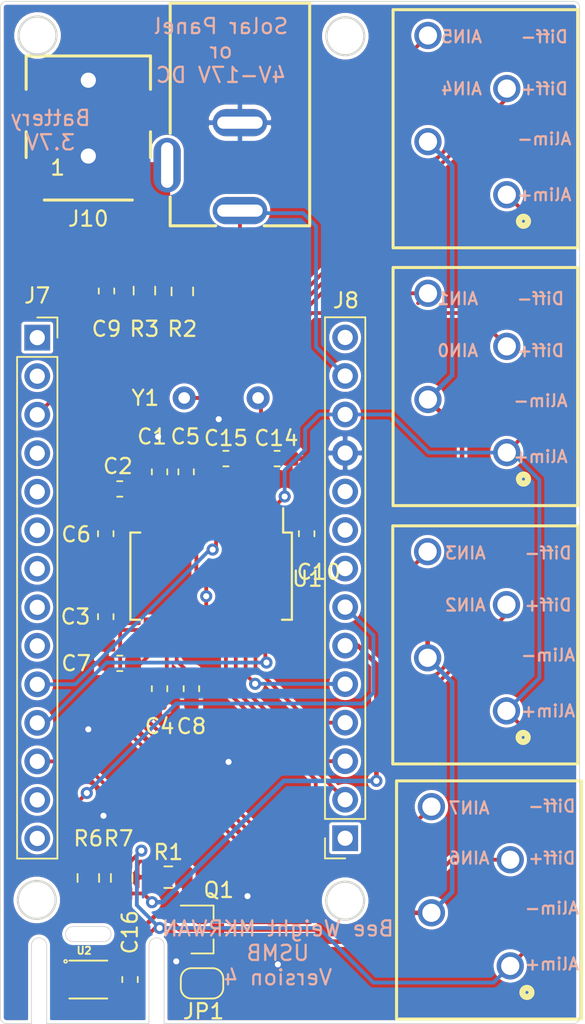
<source format=kicad_pcb>
(kicad_pcb (version 20171130) (host pcbnew "(5.1.4)-1")
  (title_block (title "Mesure Poids ADS1241 MKRWAN1310") (date 2023-07-25) (rev V4) (company ADTP) (comment 1 "Picolli board avec ajout de capteur de T°"))
  (layers (0 F.Cu signal) (31 B.Cu signal) (34 B.Paste user) (35 F.Paste user hide) (36 B.SilkS user) (37 F.SilkS user) (38 B.Mask user) (39 F.Mask user hide) (44 Edge.Cuts user))
  (net 0 "")
  (net 1 GND)
  (net 2 /AIN1)
  (net 3 /AIN4)
  (net 4 /AIN6)
  (net 5 /AIN2)
  (net 6 /AIN0)
  (net 7 /AIN5)
  (net 8 /AIN7)
  (net 9 /AIN3)
  (net 10 /A1_D16_Vin)
  (net 11 /3V3)
  (net 12 "Net-(C14-Pad2)")
  (net 13 "Net-(C15-Pad1)")
  (net 14 /GND_LowPower)
  (net 15 /AREF)
  (net 16 /A2_D17)
  (net 17 /A3_D19)
  (net 18 /A4_D19)
  (net 19 /A5_D20)
  (net 20 /A6_D21)
  (net 21 /D0)
  (net 22 /D1_PDWN)
  (net 23 /D2_DRDY)
  (net 24 /D3_CMD_MOS)
  (net 25 /D5)
  (net 26 /5V)
  (net 27 /Vin)
  (net 28 /RESET)
  (net 29 /D14_TX)
  (net 30 /D13_RX)
  (net 31 /D12_SCL)
  (net 32 /D11_SDA)
  (net 33 /D10_MISO)
  (net 34 /D9_SCLK)
  (net 35 /D8_MOSI)
  (net 36 /D7_CS)
  (net 37 /D6_USER_LED)
  (net 38 "Net-(J9-Pad3)")
  (net 39 "Net-(C16-Pad2)")
  (net 40 "Net-(J7-Pad13)")
  (net 41 "Net-(U2-Pad3)")
  (net 42 "Net-(U2-Pad6)")
  (net 43 "Net-(J7-Pad2)")
  (net 44 "Net-(J10-Pad3)")
  (net 45 "Net-(J10-Pad2)")
  (net 46 "Net-(J10-Pad1)")
  (module Connector_PinSocket_2.54mm:PinSocket_1x14_P2.54mm_Vertical (layer F.Cu) (at 173.9392 105.1814 180)
    (fp_text reference J8 (at -0.0508 35.4584) (layer F.SilkS))
    (fp_text value Conn_01x14_Female)
    (pad 14 thru_hole oval (at 0 33.02 180) (size 1.7 1.7) (drill 1) (layers *.Cu *.Mask) (net 26 /5V))
    (pad 13 thru_hole oval (at 0 30.48 180) (size 1.7 1.7) (drill 1) (layers *.Cu *.Mask) (net 27 /Vin))
    (pad 12 thru_hole oval (at 0 27.94 180) (size 1.7 1.7) (drill 1) (layers *.Cu *.Mask) (net 11 /3V3))
    (pad 11 thru_hole oval (at 0 25.4 180) (size 1.7 1.7) (drill 1) (layers *.Cu *.Mask) (net 1 GND))
    (pad 10 thru_hole oval (at 0 22.86 180) (size 1.7 1.7) (drill 1) (layers *.Cu *.Mask) (net 28 /RESET))
    (pad 9 thru_hole oval (at 0 20.32 180) (size 1.7 1.7) (drill 1) (layers *.Cu *.Mask) (net 29 /D14_TX))
    (pad 8 thru_hole oval (at 0 17.78 180) (size 1.7 1.7) (drill 1) (layers *.Cu *.Mask) (net 30 /D13_RX))
    (pad 7 thru_hole oval (at 0 15.24 180) (size 1.7 1.7) (drill 1) (layers *.Cu *.Mask) (net 31 /D12_SCL))
    (pad 6 thru_hole oval (at 0 12.7 180) (size 1.7 1.7) (drill 1) (layers *.Cu *.Mask) (net 32 /D11_SDA))
    (pad 5 thru_hole oval (at 0 10.16 180) (size 1.7 1.7) (drill 1) (layers *.Cu *.Mask) (net 33 /D10_MISO))
    (pad 4 thru_hole oval (at 0 7.62 180) (size 1.7 1.7) (drill 1) (layers *.Cu *.Mask) (net 34 /D9_SCLK))
    (pad 3 thru_hole oval (at 0 5.08 180) (size 1.7 1.7) (drill 1) (layers *.Cu *.Mask) (net 35 /D8_MOSI))
    (pad 2 thru_hole oval (at 0 2.54 180) (size 1.7 1.7) (drill 1) (layers *.Cu *.Mask) (net 36 /D7_CS))
    (pad 1 thru_hole rect (at 0 0 180) (size 1.7 1.7) (drill 1) (layers *.Cu *.Mask) (net 37 /D6_USER_LED))
  )
  (module USMB_Syl_Mont:ADS1241 (layer F.Cu) (at 171.45 87.9 270)
    (fp_text reference U1 (at 0.1778 0 180) (layer F.SilkS))
    (fp_text value ADS1241 hide)
    (pad 14 smd rect (at -3.6 10.575 270) (size 1.75 0.45) (layers F.Cu F.Paste F.Mask) (net 7 /AIN5))
    (pad 28 smd rect (at 3.6 2.125 270) (size 1.75 0.45) (layers F.Cu F.Paste F.Mask) (net 1 GND))
    (pad 6 smd rect (at -3.6 5.375 270) (size 1.75 0.45) (layers F.Cu F.Paste F.Mask))
    (pad 24 smd rect (at 3.6 4.725 270) (size 1.75 0.45) (layers F.Cu F.Paste F.Mask) (net 35 /D8_MOSI))
    (pad 26 smd rect (at 3.6 3.425 270) (size 1.75 0.45) (layers F.Cu F.Paste F.Mask) (net 34 /D9_SCLK))
    (pad 11 smd rect (at -3.6 8.625 270) (size 1.75 0.45) (layers F.Cu F.Paste F.Mask) (net 6 /AIN0))
    (pad 17 smd rect (at 3.6 9.275 270) (size 1.75 0.45) (layers F.Cu F.Paste F.Mask) (net 5 /AIN2))
    (pad 12 smd rect (at -3.6 9.275 270) (size 1.75 0.45) (layers F.Cu F.Paste F.Mask) (net 2 /AIN1))
    (pad 9 smd rect (at -3.6 7.325 270) (size 1.75 0.45) (layers F.Cu F.Paste F.Mask) (net 11 /3V3))
    (pad 15 smd rect (at 3.6 10.575 270) (size 1.75 0.45) (layers F.Cu F.Paste F.Mask) (net 4 /AIN6))
    (pad 19 smd rect (at 3.6 7.975 270) (size 1.75 0.45) (layers F.Cu F.Paste F.Mask) (net 1 GND))
    (pad 20 smd rect (at 3.6 7.325 270) (size 1.75 0.45) (layers F.Cu F.Paste F.Mask) (net 1 GND))
    (pad 10 smd rect (at -3.6 7.975 270) (size 1.75 0.45) (layers F.Cu F.Paste F.Mask) (net 1 GND))
    (pad 22 smd rect (at 3.6 6.025 270) (size 1.75 0.45) (layers F.Cu F.Paste F.Mask) (net 1 GND))
    (pad 7 smd rect (at -3.6 6.025 270) (size 1.75 0.45) (layers F.Cu F.Paste F.Mask) (net 22 /D1_PDWN))
    (pad 21 smd rect (at 3.6 6.675 270) (size 1.75 0.45) (layers F.Cu F.Paste F.Mask) (net 11 /3V3))
    (pad 16 smd rect (at 3.6 9.925 270) (size 1.75 0.45) (layers F.Cu F.Paste F.Mask) (net 8 /AIN7))
    (pad 23 smd rect (at 3.6 5.375 270) (size 1.75 0.45) (layers F.Cu F.Paste F.Mask) (net 36 /D7_CS))
    (pad 18 smd rect (at 3.6 8.625 270) (size 1.75 0.45) (layers F.Cu F.Paste F.Mask) (net 9 /AIN3))
    (pad 27 smd rect (at 3.6 2.775 270) (size 1.75 0.45) (layers F.Cu F.Paste F.Mask) (net 23 /D2_DRDY))
    (pad 8 smd rect (at -3.6 6.675 270) (size 1.75 0.45) (layers F.Cu F.Paste F.Mask))
    (pad 25 smd rect (at 3.6 4.075 270) (size 1.75 0.45) (layers F.Cu F.Paste F.Mask) (net 33 /D10_MISO))
    (pad 13 smd rect (at -3.6 9.925 270) (size 1.75 0.45) (layers F.Cu F.Paste F.Mask) (net 3 /AIN4))
    (pad 1 smd rect (at -3.6 2.125 270) (size 1.75 0.45) (layers F.Cu F.Paste F.Mask) (net 11 /3V3))
    (pad 3 smd rect (at -3.6 3.425 270) (size 1.75 0.45) (layers F.Cu F.Paste F.Mask) (net 12 "Net-(C14-Pad2)"))
    (pad 2 smd rect (at -3.6 2.775 270) (size 1.75 0.45) (layers F.Cu F.Paste F.Mask) (net 1 GND))
    (pad 5 smd rect (at -3.6 4.725 270) (size 1.75 0.45) (layers F.Cu F.Paste F.Mask) (net 11 /3V3))
    (pad 4 smd rect (at -3.6 4.075 270) (size 1.75 0.45) (layers F.Cu F.Paste F.Mask) (net 13 "Net-(C15-Pad1)"))
  )
  (module Jumper:SolderJumper-2_P1.3mm_Open_RoundedPad1.0x1.5mm (layer F.Cu) (at 164.5 114.75 180)
    (fp_text reference JP1 (at -0.1 -1.85) (layer F.SilkS))
    (fp_text value SolderJumper_2_Open)
    (pad 2 smd custom (at 0.65 0 180) (size 1 0.5) (layers F.Cu F.Mask) (net 1 GND) (options (clearance outline) (anchor rect)) (primitives (gr_circle (center 0 0.25) (end 0.5 0.25) (width 0)) (gr_circle (center 0 -0.25) (end 0.5 -0.25) (width 0)) (gr_poly (pts (xy 0 -0.75) (xy -0.5 -0.75) (xy -0.5 0.75) (xy 0 0.75)) (width 0))))
    (pad 1 smd custom (at -0.65 0 180) (size 1 0.5) (layers F.Cu F.Mask) (net 14 /GND_LowPower) (options (clearance outline) (anchor rect)) (primitives (gr_circle (center 0 0.25) (end 0.5 0.25) (width 0)) (gr_circle (center 0 -0.25) (end 0.5 -0.25) (width 0)) (gr_poly (pts (xy 0 -0.75) (xy 0.5 -0.75) (xy 0.5 0.75) (xy 0 0.75)) (width 0))))
  )
  (module USMB_Syl_Mont:Crystal-4Mhz-TH-Wurth-830027298B (layer F.Cu) (at 165.7616 76.15 180)
    (fp_text reference Y1 (at 5 0) (layer F.SilkS))
    (fp_text value Crystal)
    (pad 2 thru_hole circle (at 2.4384 0 180) (size 1.524 1.524) (drill 0.762) (layers *.Cu *.Mask) (net 13 "Net-(C15-Pad1)"))
    (pad 1 thru_hole circle (at -2.4384 0 180) (size 1.524 1.524) (drill 0.762) (layers *.Cu *.Mask) (net 12 "Net-(C14-Pad2)"))
  )
  (module "USMB_Syl_Mont:TermBlock_1x04_P3.50mm Wurth_691412120004B" (layer F.Cu) (at 182.2283 108.3492 90)
    (fp_text reference J3 hide)
    (fp_text value 691412120004B hide)
    (pad 4 thru_hole circle (at 5.25 -2.6 90) (size 1.8 1.8) (drill 1.2) (layers *.Cu *.Mask) (net 8 /AIN7))
    (pad 3 thru_hole circle (at 1.75 2.6 90) (size 1.8 1.8) (drill 1.2) (layers *.Cu *.Mask) (net 4 /AIN6))
    (pad 2 thru_hole circle (at -1.75 -2.6 90) (size 1.8 1.8) (drill 1.2) (layers *.Cu *.Mask) (net 14 /GND_LowPower))
    (pad 1 thru_hole circle (at -5.25 2.6 90) (size 1.8 1.8) (drill 1.2) (layers *.Cu *.Mask) (net 11 /3V3))
  )
  (module "USMB_Syl_Mont:TermBlock_1x04_P3.50mm Wurth_691412120004B" (layer F.Cu) (at 182 74.5 90)
    (fp_text reference J5 hide)
    (fp_text value 691412120004B hide)
    (pad 4 thru_hole circle (at 5.25 -2.6 90) (size 1.8 1.8) (drill 1.2) (layers *.Cu *.Mask) (net 2 /AIN1))
    (pad 3 thru_hole circle (at 1.75 2.6 90) (size 1.8 1.8) (drill 1.2) (layers *.Cu *.Mask) (net 6 /AIN0))
    (pad 2 thru_hole circle (at -1.75 -2.6 90) (size 1.8 1.8) (drill 1.2) (layers *.Cu *.Mask) (net 14 /GND_LowPower))
    (pad 1 thru_hole circle (at -5.25 2.6 90) (size 1.8 1.8) (drill 1.2) (layers *.Cu *.Mask) (net 11 /3V3))
  )
  (module Capacitor_SMD:C_0603_1608Metric_Pad1.05x0.95mm_HandSolder (layer F.Cu) (at 159.075 93.65 180)
    (fp_text reference C7 (at 2.875 0) (layer F.SilkS))
    (fp_text value 10nF)
    (pad 2 smd roundrect (at 0.875 0 180) (size 1.05 0.95) (layers F.Cu F.Paste F.Mask) (net 1 GND))
    (pad 1 smd roundrect (at -0.875 0 180) (size 1.05 0.95) (layers F.Cu F.Paste F.Mask) (net 8 /AIN7))
  )
  (module "USMB_Syl_Mont:TermBlock_1x04_P3.50mm Wurth_691412120004B" (layer F.Cu) (at 181.9783 91.5342 90)
    (fp_text reference J4 hide)
    (fp_text value 691412120004B hide)
    (pad 1 thru_hole circle (at -5.25 2.6 90) (size 1.8 1.8) (drill 1.2) (layers *.Cu *.Mask) (net 11 /3V3))
    (pad 2 thru_hole circle (at -1.75 -2.6 90) (size 1.8 1.8) (drill 1.2) (layers *.Cu *.Mask) (net 14 /GND_LowPower))
    (pad 3 thru_hole circle (at 1.75 2.6 90) (size 1.8 1.8) (drill 1.2) (layers *.Cu *.Mask) (net 5 /AIN2))
    (pad 4 thru_hole circle (at 5.25 -2.6 90) (size 1.8 1.8) (drill 1.2) (layers *.Cu *.Mask) (net 9 /AIN3))
  )
  (module Connector_PinSocket_2.54mm:PinSocket_1x14_P2.54mm_Vertical (layer F.Cu) (at 153.6319 72.1741)
    (fp_text reference J7 (at 0 -2.77) (layer F.SilkS))
    (fp_text value Conn_01x14_Female)
    (pad 14 thru_hole oval (at 0 33.02) (size 1.7 1.7) (drill 1) (layers *.Cu *.Mask) (net 25 /D5))
    (pad 13 thru_hole oval (at 0 30.48) (size 1.7 1.7) (drill 1) (layers *.Cu *.Mask) (net 40 "Net-(J7-Pad13)"))
    (pad 12 thru_hole oval (at 0 27.94) (size 1.7 1.7) (drill 1) (layers *.Cu *.Mask) (net 24 /D3_CMD_MOS))
    (pad 11 thru_hole oval (at 0 25.4) (size 1.7 1.7) (drill 1) (layers *.Cu *.Mask) (net 23 /D2_DRDY))
    (pad 10 thru_hole oval (at 0 22.86) (size 1.7 1.7) (drill 1) (layers *.Cu *.Mask) (net 22 /D1_PDWN))
    (pad 9 thru_hole oval (at 0 20.32) (size 1.7 1.7) (drill 1) (layers *.Cu *.Mask) (net 21 /D0))
    (pad 8 thru_hole oval (at 0 17.78) (size 1.7 1.7) (drill 1) (layers *.Cu *.Mask) (net 20 /A6_D21))
    (pad 7 thru_hole oval (at 0 15.24) (size 1.7 1.7) (drill 1) (layers *.Cu *.Mask) (net 19 /A5_D20))
    (pad 6 thru_hole oval (at 0 12.7) (size 1.7 1.7) (drill 1) (layers *.Cu *.Mask) (net 18 /A4_D19))
    (pad 5 thru_hole oval (at 0 10.16) (size 1.7 1.7) (drill 1) (layers *.Cu *.Mask) (net 17 /A3_D19))
    (pad 4 thru_hole oval (at 0 7.62) (size 1.7 1.7) (drill 1) (layers *.Cu *.Mask) (net 16 /A2_D17))
    (pad 3 thru_hole oval (at 0 5.08) (size 1.7 1.7) (drill 1) (layers *.Cu *.Mask) (net 10 /A1_D16_Vin))
    (pad 2 thru_hole oval (at 0 2.54) (size 1.7 1.7) (drill 1) (layers *.Cu *.Mask) (net 43 "Net-(J7-Pad2)"))
    (pad 1 thru_hole rect (at 0 0) (size 1.7 1.7) (drill 1) (layers *.Cu *.Mask) (net 15 /AREF))
  )
  (module Capacitor_SMD:C_0603_1608Metric_Pad1.05x0.95mm_HandSolder (layer F.Cu) (at 161.7 81.025 90)
    (fp_text reference C1 (at 2.325 -0.5) (layer F.SilkS))
    (fp_text value 10nF)
    (pad 2 smd roundrect (at 0.875 0 90) (size 1.05 0.95) (layers F.Cu F.Paste F.Mask) (net 1 GND))
    (pad 1 smd roundrect (at -0.875 0 90) (size 1.05 0.95) (layers F.Cu F.Paste F.Mask) (net 2 /AIN1))
  )
  (module Capacitor_SMD:C_0603_1608Metric_Pad1.05x0.95mm_HandSolder (layer F.Cu) (at 159.075 82.15 180)
    (fp_text reference C2 (at 0.125 1.5) (layer F.SilkS))
    (fp_text value 10nF)
    (pad 2 smd roundrect (at 0.875 0 180) (size 1.05 0.95) (layers F.Cu F.Paste F.Mask) (net 1 GND))
    (pad 1 smd roundrect (at -0.875 0 180) (size 1.05 0.95) (layers F.Cu F.Paste F.Mask) (net 3 /AIN4))
  )
  (module Capacitor_SMD:C_0603_1608Metric_Pad1.05x0.95mm_HandSolder (layer F.Cu) (at 158.15 90.575 90)
    (fp_text reference C3 (at 0 -2) (layer F.SilkS))
    (fp_text value 10nF)
    (pad 1 smd roundrect (at -0.875 0 90) (size 1.05 0.95) (layers F.Cu F.Paste F.Mask) (net 4 /AIN6))
    (pad 2 smd roundrect (at 0.875 0 90) (size 1.05 0.95) (layers F.Cu F.Paste F.Mask) (net 1 GND))
  )
  (module Capacitor_SMD:C_0603_1608Metric_Pad1.05x0.95mm_HandSolder (layer F.Cu) (at 161.7 95.325 270)
    (fp_text reference C4 (at 2.475 0) (layer F.SilkS))
    (fp_text value 10nF)
    (pad 1 smd roundrect (at -0.875 0 270) (size 1.05 0.95) (layers F.Cu F.Paste F.Mask) (net 5 /AIN2))
    (pad 2 smd roundrect (at 0.875 0 270) (size 1.05 0.95) (layers F.Cu F.Paste F.Mask) (net 1 GND))
  )
  (module Capacitor_SMD:C_0603_1608Metric_Pad1.05x0.95mm_HandSolder (layer F.Cu) (at 163.45 81.025 90)
    (fp_text reference C5 (at 2.325 -0.05) (layer F.SilkS))
    (fp_text value 10nF)
    (pad 1 smd roundrect (at -0.875 0 90) (size 1.05 0.95) (layers F.Cu F.Paste F.Mask) (net 6 /AIN0))
    (pad 2 smd roundrect (at 0.875 0 90) (size 1.05 0.95) (layers F.Cu F.Paste F.Mask) (net 1 GND))
  )
  (module Capacitor_SMD:C_0603_1608Metric_Pad1.05x0.95mm_HandSolder (layer F.Cu) (at 158.15 85.1 270)
    (fp_text reference C6 (at 0.05 1.95 180) (layer F.SilkS))
    (fp_text value 10nF)
    (pad 1 smd roundrect (at -0.875 0 270) (size 1.05 0.95) (layers F.Cu F.Paste F.Mask) (net 7 /AIN5))
    (pad 2 smd roundrect (at 0.875 0 270) (size 1.05 0.95) (layers F.Cu F.Paste F.Mask) (net 1 GND))
  )
  (module Capacitor_SMD:C_0603_1608Metric_Pad1.05x0.95mm_HandSolder (layer F.Cu) (at 163.8 95.325 270)
    (fp_text reference C8 (at 2.475 0 180) (layer F.SilkS))
    (fp_text value 10nF)
    (pad 2 smd roundrect (at 0.875 0 270) (size 1.05 0.95) (layers F.Cu F.Paste F.Mask) (net 1 GND))
    (pad 1 smd roundrect (at -0.875 0 270) (size 1.05 0.95) (layers F.Cu F.Paste F.Mask) (net 9 /AIN3))
  )
  (module Capacitor_SMD:C_0603_1608Metric_Pad1.05x0.95mm_HandSolder (layer F.Cu) (at 158.2 69.1 90)
    (fp_text reference C9 (at -2.5 0) (layer F.SilkS))
    (fp_text value 100nF)
    (pad 1 smd roundrect (at -0.875 0 90) (size 1.05 0.95) (layers F.Cu F.Paste F.Mask) (net 10 /A1_D16_Vin))
    (pad 2 smd roundrect (at 0.875 0 90) (size 1.05 0.95) (layers F.Cu F.Paste F.Mask) (net 1 GND))
  )
  (module Capacitor_SMD:C_0603_1608Metric_Pad1.05x0.95mm_HandSolder (layer F.Cu) (at 171.4 85.1 90)
    (fp_text reference C10 (at -2.525 0.8) (layer F.SilkS))
    (fp_text value 100nF)
    (pad 1 smd roundrect (at -0.875 0 90) (size 1.05 0.95) (layers F.Cu F.Paste F.Mask) (net 1 GND))
    (pad 2 smd roundrect (at 0.875 0 90) (size 1.05 0.95) (layers F.Cu F.Paste F.Mask) (net 11 /3V3))
  )
  (module Capacitor_SMD:C_0603_1608Metric_Pad1.05x0.95mm_HandSolder (layer F.Cu) (at 169.45 80.15 180)
    (fp_text reference C14 (at 0.05 1.35) (layer F.SilkS))
    (fp_text value 18pF)
    (pad 2 smd roundrect (at 0.875 0 180) (size 1.05 0.95) (layers F.Cu F.Paste F.Mask) (net 12 "Net-(C14-Pad2)"))
    (pad 1 smd roundrect (at -0.875 0 180) (size 1.05 0.95) (layers F.Cu F.Paste F.Mask) (net 1 GND))
  )
  (module Capacitor_SMD:C_0603_1608Metric_Pad1.05x0.95mm_HandSolder (layer F.Cu) (at 166.075 80.15 180)
    (fp_text reference C15 (at 0 1.35) (layer F.SilkS))
    (fp_text value 18pF)
    (pad 2 smd roundrect (at 0.875 0 180) (size 1.05 0.95) (layers F.Cu F.Paste F.Mask) (net 1 GND))
    (pad 1 smd roundrect (at -0.875 0 180) (size 1.05 0.95) (layers F.Cu F.Paste F.Mask) (net 13 "Net-(C15-Pad1)"))
  )
  (module Capacitor_SMD:C_0603_1608Metric_Pad1.05x0.95mm_HandSolder (layer F.Cu) (at 159.75 114.5 270)
    (fp_text reference C16 (at -3.12 0.01 90) (layer F.SilkS))
    (fp_text value 100nF)
    (pad 2 smd roundrect (at 0.875 0 270) (size 1.05 0.95) (layers F.Cu F.Paste F.Mask) (net 14 /GND_LowPower))
    (pad 1 smd roundrect (at -0.875 0 270) (size 1.05 0.95) (layers F.Cu F.Paste F.Mask) (net 11 /3V3))
  )
  (module "USMB_Syl_Mont:TermBlock_1x04_P3.50mm Wurth_691412120004B" (layer F.Cu) (at 182 57.5 90)
    (fp_text reference J2 hide)
    (fp_text value 691412120004B hide)
    (pad 4 thru_hole circle (at 5.25 -2.6 90) (size 1.8 1.8) (drill 1.2) (layers *.Cu *.Mask) (net 7 /AIN5))
    (pad 3 thru_hole circle (at 1.75 2.6 90) (size 1.8 1.8) (drill 1.2) (layers *.Cu *.Mask) (net 3 /AIN4))
    (pad 2 thru_hole circle (at -1.75 -2.6 90) (size 1.8 1.8) (drill 1.2) (layers *.Cu *.Mask) (net 14 /GND_LowPower))
    (pad 1 thru_hole circle (at -5.25 2.6 90) (size 1.8 1.8) (drill 1.2) (layers *.Cu *.Mask) (net 11 /3V3))
  )
  (module "USMB_Syl_Mont:Jack_DC_2.1mm Wurth_694108301002" (layer F.Cu) (at 167 58 270)
    (fp_text reference J9 hide)
    (fp_text value 694108301002 hide)
    (pad 2 thru_hole oval (at 0 0 270) (size 1.8 3.6) (drill oval 0.8 3) (layers *.Cu *.Mask) (net 1 GND))
    (pad 1 thru_hole oval (at 5.8 0 270) (size 1.8 3.6) (drill oval 0.8 3) (layers *.Cu *.Mask) (net 27 /Vin))
    (pad 3 thru_hole oval (at 2.8 4.8 270) (size 3.6 1.8) (drill oval 3 0.8) (layers *.Cu *.Mask) (net 38 "Net-(J9-Pad3)"))
  )
  (module Package_TO_SOT_SMD:SOT-23 (layer F.Cu) (at 164.5 111.2)
    (fp_text reference Q1 (at 1.1 -2.6) (layer F.SilkS))
    (fp_text value IRLML6244 hide)
    (pad 1 smd rect (at -1 -0.95) (size 0.9 0.8) (layers F.Cu F.Paste F.Mask) (net 24 /D3_CMD_MOS))
    (pad 2 smd rect (at -1 0.95) (size 0.9 0.8) (layers F.Cu F.Paste F.Mask) (net 1 GND))
    (pad 3 smd rect (at 1 0) (size 0.9 0.8) (layers F.Cu F.Paste F.Mask) (net 14 /GND_LowPower))
  )
  (module Resistor_SMD:R_0805_2012Metric_Pad1.15x1.40mm_HandSolder (layer F.Cu) (at 162.275 107.75)
    (fp_text reference R1 (at 0 -1.65) (layer F.SilkS))
    (fp_text value 1M)
    (pad 2 smd roundrect (at 1.025 0) (size 1.15 1.4) (layers F.Cu F.Paste F.Mask) (roundrect_rratio 0.217391) (net 24 /D3_CMD_MOS))
    (pad 1 smd roundrect (at -1.025 0) (size 1.15 1.4) (layers F.Cu F.Paste F.Mask) (roundrect_rratio 0.217391) (net 1 GND))
  )
  (module Resistor_SMD:R_0805_2012Metric_Pad1.15x1.40mm_HandSolder (layer F.Cu) (at 163.2 69.125 90)
    (fp_text reference R2 (at -2.475 0) (layer F.SilkS))
    (fp_text value 560k)
    (pad 1 smd roundrect (at -1.025 0 90) (size 1.15 1.4) (layers F.Cu F.Paste F.Mask) (roundrect_rratio 0.217391) (net 10 /A1_D16_Vin))
    (pad 2 smd roundrect (at 1.025 0 90) (size 1.15 1.4) (layers F.Cu F.Paste F.Mask) (roundrect_rratio 0.217391) (net 27 /Vin))
  )
  (module Resistor_SMD:R_0805_2012Metric_Pad1.15x1.40mm_HandSolder (layer F.Cu) (at 160.7 69.075 270)
    (fp_text reference R3 (at 2.525 0) (layer F.SilkS))
    (fp_text value 100k)
    (pad 2 smd roundrect (at 1.025 0 270) (size 1.15 1.4) (layers F.Cu F.Paste F.Mask) (roundrect_rratio 0.217391) (net 10 /A1_D16_Vin))
    (pad 1 smd roundrect (at -1.025 0 270) (size 1.15 1.4) (layers F.Cu F.Paste F.Mask) (roundrect_rratio 0.217391) (net 1 GND))
  )
  (module Resistor_SMD:R_0805_2012Metric_Pad1.15x1.40mm_HandSolder (layer F.Cu) (at 157 107.8 90)
    (fp_text reference R6 (at 2.6 0 180) (layer F.SilkS))
    (fp_text value 10K)
    (pad 1 smd roundrect (at -1.025 0 90) (size 1.15 1.4) (layers F.Cu F.Paste F.Mask) (roundrect_rratio 0.217391) (net 31 /D12_SCL))
    (pad 2 smd roundrect (at 1.025 0 90) (size 1.15 1.4) (layers F.Cu F.Paste F.Mask) (roundrect_rratio 0.217391) (net 11 /3V3))
  )
  (module Resistor_SMD:R_0805_2012Metric_Pad1.15x1.40mm_HandSolder (layer F.Cu) (at 159.2 107.8 90)
    (fp_text reference R7 (at 2.6 -0.2 180) (layer F.SilkS))
    (fp_text value 10K)
    (pad 1 smd roundrect (at -1.025 0 90) (size 1.15 1.4) (layers F.Cu F.Paste F.Mask) (roundrect_rratio 0.217391) (net 32 /D11_SDA))
    (pad 2 smd roundrect (at 1.025 0 90) (size 1.15 1.4) (layers F.Cu F.Paste F.Mask) (roundrect_rratio 0.217391) (net 11 /3V3))
  )
  (module SHT30-DIS-B:DFN250X250X100-9N (layer F.Cu) (at 157 114.5)
    (fp_text reference U2 (at -0.27628 -1.906764) (layer F.SilkS) (effects (font (size 0.480494 0.480494))))
    (fp_text value SHT30-DIS-B)
    (pad 1 smd rect (at -1.175 -0.75) (size 0.55 0.25) (layers F.Cu F.Paste F.Mask) (net 32 /D11_SDA))
    (pad 2 smd rect (at -1.175 -0.25) (size 0.55 0.25) (layers F.Cu F.Paste F.Mask) (net 14 /GND_LowPower))
    (pad 3 smd rect (at -1.175 0.25) (size 0.55 0.25) (layers F.Cu F.Paste F.Mask) (net 41 "Net-(U2-Pad3)"))
    (pad 4 smd rect (at -1.175 0.75) (size 0.55 0.25) (layers F.Cu F.Paste F.Mask) (net 31 /D12_SCL))
    (pad 8 smd rect (at 1.175 -0.75) (size 0.55 0.25) (layers F.Cu F.Paste F.Mask) (net 14 /GND_LowPower))
    (pad 7 smd rect (at 1.175 -0.25) (size 0.55 0.25) (layers F.Cu F.Paste F.Mask) (net 14 /GND_LowPower))
    (pad 6 smd rect (at 1.175 0.25) (size 0.55 0.25) (layers F.Cu F.Paste F.Mask) (net 42 "Net-(U2-Pad6)"))
    (pad 5 smd rect (at 1.175 0.75) (size 0.55 0.25) (layers F.Cu F.Paste F.Mask) (net 11 /3V3))
    (pad 9 smd rect (at 0 0) (size 1 1.7) (layers F.Cu F.Mask) (net 14 /GND_LowPower))
  )
  (module 694103107102 (layer F.Cu) (at 157 57.7 180)
    (fp_text reference J10 (at 0 -6.635) (layer F.SilkS))
    (fp_text value 694103107102)
    (fp_text user 1 (at 2.02 -3.27) (layer F.SilkS))
    (fp_text user 1 (at 2.02 -3.27) (layer F.SilkS))
    (pad 3 smd rect (at -4.3 -4) (size 2.2 2.2) (layers F.Cu F.Paste F.Mask) (net 44 "Net-(J10-Pad3)"))
    (pad 2 smd rect (at -4.3 0.5) (size 2.2 2.2) (layers F.Cu F.Paste F.Mask) (net 45 "Net-(J10-Pad2)"))
    (pad A1 smd rect (at 4.3 0.5) (size 2.2 2.2) (layers F.Cu F.Paste F.Mask) (net 46 "Net-(J10-Pad1)"))
    (pad 1 smd rect (at 4.3 -4) (size 2.2 2.2) (layers F.Cu F.Paste F.Mask) (net 46 "Net-(J10-Pad1)"))
    (pad None np_thru_hole circle (at 0 2.5 180) (size 1 1) (drill 1) (layers *.Cu *.Mask))
    (pad None np_thru_hole circle (at 0 -2.5 180) (size 1 1) (drill 1) (layers *.Cu *.Mask))
  )
  (gr_line (start 153.25 117.4) (end 151.6 117.4) (layer Edge.Cuts) (width 0.05))
  (gr_line (start 161 117.4) (end 154.25 117.4) (layer Edge.Cuts) (width 0.05))
  (gr_line (start 189 117.4) (end 162 117.4) (layer Edge.Cuts) (width 0.05))
  (gr_line (start 161 117.25) (end 161 117.4) (layer Edge.Cuts) (width 0.05))
  (gr_line (start 162 117.25) (end 162 117.4) (layer Edge.Cuts) (width 0.05))
  (gr_line (start 154.25 117.25) (end 154.25 117.4) (layer Edge.Cuts) (width 0.05))
  (gr_line (start 153.25 117.25) (end 153.25 117.4) (layer Edge.Cuts) (width 0.05))
  (gr_arc (start 158 111.5) (end 158 112) (angle -180) (layer Edge.Cuts) (width 0.05))
  (gr_arc (start 156 111.5) (end 156 111) (angle -180) (layer Edge.Cuts) (width 0.05))
  (gr_line (start 158 112) (end 156 112) (layer Edge.Cuts) (width 0.05))
  (gr_line (start 156 111) (end 158 111) (layer Edge.Cuts) (width 0.05))
  (gr_arc (start 161.5 112.25) (end 162 112.25) (angle -180) (layer Edge.Cuts) (width 0.05))
  (gr_arc (start 153.75 112.25) (end 154.25 112.25) (angle -180) (layer Edge.Cuts) (width 0.05))
  (gr_line (start 153.25 112.25) (end 153.25 117.25) (layer Edge.Cuts) (width 0.05))
  (gr_line (start 154.25 117.25) (end 154.25 112.25) (layer Edge.Cuts) (width 0.05))
  (gr_line (start 162 112.25) (end 162 117.25) (layer Edge.Cuts) (width 0.05))
  (gr_line (start 161 117.25) (end 161 112.25) (layer Edge.Cuts) (width 0.05))
  (gr_arc (start 189 117) (end 189 117.4) (angle -90) (layer Edge.Cuts) (width 0.05))
  (gr_arc (start 151.6 117) (end 151.2 117) (angle -90) (layer Edge.Cuts) (width 0.05))
  (gr_arc (start 151.6 50.4) (end 151.6 50) (angle -90) (layer Edge.Cuts) (width 0.05))
  (gr_arc (start 189 50.4) (end 189.4 50.4) (angle -90) (layer Edge.Cuts) (width 0.05))
  (gr_line (start 189.4 117) (end 189.4 50.4) (layer Edge.Cuts) (width 0.05))
  (gr_line (start 151.2 50.4) (end 151.2 117) (layer Edge.Cuts) (width 0.05))
  (gr_line (start 189 50) (end 151.6 50) (layer Edge.Cuts) (width 0.05))
  (gr_circle (center 173.9392 109.3) (end 175.1892 109.3) (layer Edge.Cuts) (width 0.15))
  (gr_circle (center 153.6 109.25) (end 154.85 109.25) (layer Edge.Cuts) (width 0.15))
  (gr_circle (center 153.65 52.25) (end 154.9 52.25) (layer Edge.Cuts) (width 0.15))
  (gr_circle (center 173.95 52.3) (end 175.2 52.3) (layer Edge.Cuts) (width 0.15))
  (gr_text "Battery\n3.7V" (at 154.5 58.5) (layer B.SilkS) (effects (font (size 1 1)) (justify mirror)))
  (gr_text "Solar Panel\nor\n4V-17V DC" (at 165.75 53.25) (layer B.SilkS) (effects (font (size 1 1)) (justify mirror)))
  (gr_text AIN2 (at 181.864 89.807) (layer B.SilkS) (effects (font (size 0.8 0.8)) (justify mirror)))
  (gr_text AIN3 (at 181.864 86.378) (layer B.SilkS) (effects (font (size 0.8 0.8)) (justify mirror)))
  (gr_text AIN7 (at 182.114 103.193) (layer B.SilkS) (effects (font (size 0.8 0.8)) (justify mirror)))
  (gr_text AIN6 (at 182.114 106.495) (layer B.SilkS) (effects (font (size 0.8 0.8)) (justify mirror)))
  (gr_text AIN5 (at 181.614 52.338) (layer B.SilkS) (effects (font (size 0.8 0.8)) (justify mirror)))
  (gr_text AIN4 (at 181.614 55.767) (layer B.SilkS) (effects (font (size 0.8 0.8)) (justify mirror)))
  (gr_text AIN1 (at 181.364 69.606) (layer B.SilkS) (effects (font (size 0.8 0.8)) (justify mirror)))
  (gr_text AIN0 (at 181.364 73.035) (layer B.SilkS) (effects (font (size 0.8 0.8)) (justify mirror)))
  (gr_text Diff+ (at 187.575 106.495) (layer B.SilkS) (effects (font (size 0.8 0.8)) (justify mirror)))
  (gr_text Alim+ (at 187.575 113.48) (layer B.SilkS) (effects (font (size 0.8 0.8)) (justify mirror)))
  (gr_text Diff- (at 187.575 103.066) (layer B.SilkS) (effects (font (size 0.8 0.8)) (justify mirror)))
  (gr_text Alim- (at 187.575 109.797) (layer B.SilkS) (effects (font (size 0.8 0.8)) (justify mirror)))
  (gr_text Alim- (at 187.075 59.069) (layer B.SilkS) (effects (font (size 0.8 0.8)) (justify mirror)))
  (gr_text Diff- (at 187.075 52.338) (layer B.SilkS) (effects (font (size 0.8 0.8)) (justify mirror)))
  (gr_text Diff+ (at 187.075 55.767) (layer B.SilkS) (effects (font (size 0.8 0.8)) (justify mirror)))
  (gr_text Alim+ (at 187.075 62.752) (layer B.SilkS) (effects (font (size 0.8 0.8)) (justify mirror)))
  (gr_text Diff+ (at 186.825 73.035) (layer B.SilkS) (effects (font (size 0.8 0.8)) (justify mirror)))
  (gr_text Alim+ (at 186.825 80.02) (layer B.SilkS) (effects (font (size 0.8 0.8)) (justify mirror)))
  (gr_text Diff- (at 186.825 69.606) (layer B.SilkS) (effects (font (size 0.8 0.8)) (justify mirror)))
  (gr_text Alim- (at 186.825 76.337) (layer B.SilkS) (effects (font (size 0.8 0.8)) (justify mirror)))
  (gr_text Diff- (at 187.325 86.378) (layer B.SilkS) (effects (font (size 0.8 0.8)) (justify mirror)))
  (gr_text Diff+ (at 187.325 89.807) (layer B.SilkS) (effects (font (size 0.8 0.8)) (justify mirror)))
  (gr_text Alim- (at 187.325 93.109) (layer B.SilkS) (effects (font (size 0.8 0.8)) (justify mirror)))
  (gr_text Alim+ (at 187.325 96.792) (layer B.SilkS) (effects (font (size 0.8 0.8)) (justify mirror)))
  (gr_text "Bee Weight MKRWAN\nUSMB\nVersion 4" (at 169.5 112.75) (layer B.SilkS) (effects (font (size 1 1)) (justify mirror)))
  (segment (start 168.675 84.3) (end 168.675 82.425) (width 0.25) (layer F.Cu) (net 1))
  (segment (start 170.325 80.775) (end 170.325 80.15) (width 0.25) (layer F.Cu) (net 1))
  (segment (start 168.675 82.425) (end 170.325 80.775) (width 0.25) (layer F.Cu) (net 1))
  (via (at 161.6 78.7) (size 0.8) (drill 0.4) (layers F.Cu B.Cu) (net 1))
  (segment (start 161.7 79.15) (end 161.2 78.65) (width 0.25) (layer F.Cu) (net 1))
  (segment (start 161.7 80.15) (end 161.7 79.15) (width 0.25) (layer F.Cu) (net 1))
  (via (at 166.25 100.15) (size 0.8) (drill 0.4) (layers F.Cu B.Cu) (net 1))
  (via (at 165.6 77.55) (size 0.8) (drill 0.4) (layers F.Cu B.Cu) (net 1))
  (via (at 169.5 113.5) (size 0.8) (drill 0.4) (layers F.Cu B.Cu) (net 1))
  (via (at 157 98) (size 0.8) (drill 0.4) (layers F.Cu B.Cu) (net 1))
  (via (at 167.5 109) (size 0.8) (drill 0.4) (layers F.Cu B.Cu) (net 1))
  (via (at 162.8 113.3) (size 0.8) (drill 0.4) (layers F.Cu B.Cu) (net 1))
  (via (at 158 103.7) (size 0.8) (drill 0.4) (layers F.Cu B.Cu) (net 1))
  (segment (start 162.175 82.375) (end 161.7 81.9) (width 0.25) (layer F.Cu) (net 2))
  (segment (start 162.175 84.3) (end 162.175 82.375) (width 0.25) (layer F.Cu) (net 2))
  (segment (start 178.75001 69.89999) (end 179.4 69.25) (width 0.25) (layer F.Cu) (net 2))
  (segment (start 161.2 81.9) (end 161.7 81.9) (width 0.25) (layer F.Cu) (net 2))
  (segment (start 160.45 81.15) (end 161.2 81.9) (width 0.25) (layer F.Cu) (net 2))
  (segment (start 160.45 76.15) (end 160.45 81.15) (width 0.25) (layer F.Cu) (net 2))
  (segment (start 167.58642 74.04999) (end 162.55001 74.04999) (width 0.25) (layer F.Cu) (net 2))
  (segment (start 162.55001 74.04999) (end 160.45 76.15) (width 0.25) (layer F.Cu) (net 2))
  (segment (start 172.38641 69.25) (end 167.58642 74.04999) (width 0.25) (layer F.Cu) (net 2))
  (segment (start 179.4 69.25) (end 172.38641 69.25) (width 0.25) (layer F.Cu) (net 2))
  (segment (start 161.525 84.3) (end 161.525 83.264998) (width 0.25) (layer F.Cu) (net 3))
  (segment (start 160.410002 82.15) (end 159.95 82.15) (width 0.25) (layer F.Cu) (net 3))
  (segment (start 161.525 83.264998) (end 160.410002 82.15) (width 0.25) (layer F.Cu) (net 3))
  (segment (start 159.95 76.01359) (end 159.95 82.15) (width 0.25) (layer F.Cu) (net 3))
  (segment (start 162.363609 73.599981) (end 159.95 76.01359) (width 0.25) (layer F.Cu) (net 3))
  (segment (start 167.400019 73.599981) (end 162.363609 73.599981) (width 0.25) (layer F.Cu) (net 3))
  (segment (start 184.6 56.4) (end 167.400019 73.599981) (width 0.25) (layer F.Cu) (net 3))
  (segment (start 184.6 55.75) (end 184.6 56.4) (width 0.25) (layer F.Cu) (net 3))
  (segment (start 160.825 91.45) (end 160.875 91.5) (width 0.25) (layer F.Cu) (net 4))
  (segment (start 158.15 91.45) (end 159.1 91.45) (width 0.25) (layer F.Cu) (net 4))
  (segment (start 159.1 91.45) (end 160.825 91.45) (width 0.25) (layer F.Cu) (net 4))
  (segment (start 159.1 97.65) (end 159.1 91.45) (width 0.25) (layer F.Cu) (net 4))
  (segment (start 172.975 111.525) (end 159.1 97.65) (width 0.25) (layer F.Cu) (net 4))
  (segment (start 176.025 111.525) (end 172.975 111.525) (width 0.25) (layer F.Cu) (net 4))
  (segment (start 180.9508 106.5992) (end 176.025 111.525) (width 0.25) (layer F.Cu) (net 4))
  (segment (start 184.8283 106.5992) (end 180.9508 106.5992) (width 0.25) (layer F.Cu) (net 4))
  (segment (start 162.175 93.975) (end 162.175 91.5) (width 0.25) (layer F.Cu) (net 5))
  (segment (start 161.7 94.45) (end 162.175 93.975) (width 0.25) (layer F.Cu) (net 5))
  (segment (start 184.5783 90.4217) (end 184.5783 89.7842) (width 0.25) (layer F.Cu) (net 5))
  (segment (start 178 97) (end 184.5783 90.4217) (width 0.25) (layer F.Cu) (net 5))
  (segment (start 178 104.09109) (end 178 97) (width 0.25) (layer F.Cu) (net 5))
  (segment (start 170.25 106.75) (end 175.34109 106.75) (width 0.25) (layer F.Cu) (net 5))
  (segment (start 175.34109 106.75) (end 178 104.09109) (width 0.25) (layer F.Cu) (net 5))
  (segment (start 160.75 97.25) (end 170.25 106.75) (width 0.25) (layer F.Cu) (net 5))
  (segment (start 160.75 95.4) (end 160.75 97.25) (width 0.25) (layer F.Cu) (net 5))
  (segment (start 161.7 94.45) (end 160.75 95.4) (width 0.25) (layer F.Cu) (net 5))
  (segment (start 162.825 82.525) (end 163.45 81.9) (width 0.25) (layer F.Cu) (net 6))
  (segment (start 162.825 84.3) (end 162.825 82.525) (width 0.25) (layer F.Cu) (net 6))
  (segment (start 162.64999 81.09999) (end 163.45 81.9) (width 0.25) (layer F.Cu) (net 6))
  (segment (start 162.64999 80.09999) (end 162.64999 81.09999) (width 0.25) (layer F.Cu) (net 6))
  (segment (start 162.64999 79.77948) (end 162.64999 80.09999) (width 0.25) (layer F.Cu) (net 6))
  (segment (start 182.80001 70.95001) (end 184.6 72.75) (width 0.25) (layer F.Cu) (net 6))
  (segment (start 161.9 77.6) (end 161.9 75.45) (width 0.25) (layer F.Cu) (net 6))
  (segment (start 162.64999 78.34999) (end 161.9 77.6) (width 0.25) (layer F.Cu) (net 6))
  (segment (start 161.9 75.45) (end 162.85 74.5) (width 0.25) (layer F.Cu) (net 6))
  (segment (start 162.64999 80.09999) (end 162.64999 78.34999) (width 0.25) (layer F.Cu) (net 6))
  (segment (start 182.4 70.55) (end 184.6 72.75) (width 0.25) (layer F.Cu) (net 6))
  (segment (start 171.72282 70.55) (end 167.77282 74.5) (width 0.25) (layer F.Cu) (net 6))
  (segment (start 175.25 70.55) (end 171.72282 70.55) (width 0.25) (layer F.Cu) (net 6))
  (segment (start 167.77282 74.5) (end 167.3 74.5) (width 0.25) (layer F.Cu) (net 6))
  (segment (start 162.85 74.5) (end 167.3 74.5) (width 0.25) (layer F.Cu) (net 6))
  (segment (start 175.25 70.55) (end 182.4 70.55) (width 0.25) (layer F.Cu) (net 6))
  (segment (start 158.225 84.3) (end 158.15 84.225) (width 0.25) (layer F.Cu) (net 7))
  (segment (start 160.875 84.3) (end 158.225 84.3) (width 0.25) (layer F.Cu) (net 7))
  (segment (start 167.213619 73.149971) (end 177.970385 62.393205) (width 0.25) (layer F.Cu) (net 7))
  (segment (start 177.970385 53.679615) (end 179.4 52.25) (width 0.25) (layer F.Cu) (net 7))
  (segment (start 162.177209 73.149971) (end 167.213619 73.149971) (width 0.25) (layer F.Cu) (net 7))
  (segment (start 177.970385 62.393205) (end 177.970385 53.679615) (width 0.25) (layer F.Cu) (net 7))
  (segment (start 159.05001 83.32499) (end 159.05001 76.27717) (width 0.25) (layer F.Cu) (net 7))
  (segment (start 159.05001 76.27717) (end 162.177209 73.149971) (width 0.25) (layer F.Cu) (net 7))
  (segment (start 158.15 84.225) (end 159.05001 83.32499) (width 0.25) (layer F.Cu) (net 7))
  (segment (start 161.525 92.6) (end 161.525 91.5) (width 0.25) (layer F.Cu) (net 8))
  (segment (start 160.475 93.65) (end 161.525 92.6) (width 0.25) (layer F.Cu) (net 8))
  (segment (start 159.95 93.65) (end 160.475 93.65) (width 0.25) (layer F.Cu) (net 8))
  (segment (start 160 93.7) (end 159.95 93.65) (width 0.25) (layer F.Cu) (net 8))
  (segment (start 160 97.13641) (end 160 93.7) (width 0.25) (layer F.Cu) (net 8))
  (segment (start 170.063599 107.200009) (end 160 97.13641) (width 0.25) (layer F.Cu) (net 8))
  (segment (start 175.52749 107.20001) (end 170.063599 107.200009) (width 0.25) (layer F.Cu) (net 8))
  (segment (start 179.6283 103.0992) (end 175.52749 107.20001) (width 0.25) (layer F.Cu) (net 8))
  (segment (start 162.825 93.475) (end 163.8 94.45) (width 0.25) (layer F.Cu) (net 9))
  (segment (start 162.825 91.5) (end 162.825 93.475) (width 0.25) (layer F.Cu) (net 9))
  (segment (start 177.481795 88.180705) (end 179.3783 86.2842) (width 0.25) (layer F.Cu) (net 9))
  (segment (start 175.15 103.85) (end 177.481795 101.518205) (width 0.25) (layer F.Cu) (net 9))
  (segment (start 177.481795 101.518205) (end 177.481795 88.180705) (width 0.25) (layer F.Cu) (net 9))
  (segment (start 172.75 103.85) (end 175.15 103.85) (width 0.25) (layer F.Cu) (net 9))
  (segment (start 172 103.1) (end 172.75 103.85) (width 0.25) (layer F.Cu) (net 9))
  (segment (start 172 101.33861) (end 172 103.1) (width 0.25) (layer F.Cu) (net 9))
  (segment (start 165.11139 94.45) (end 172 101.33861) (width 0.25) (layer F.Cu) (net 9))
  (segment (start 163.8 94.45) (end 165.11139 94.45) (width 0.25) (layer F.Cu) (net 9))
  (segment (start 160.75 70.15) (end 160.7 70.1) (width 0.25) (layer F.Cu) (net 10))
  (segment (start 163.2 70.15) (end 160.75 70.15) (width 0.25) (layer F.Cu) (net 10))
  (segment (start 158.325 70.1) (end 158.2 69.975) (width 0.25) (layer F.Cu) (net 10))
  (segment (start 160.7 70.1) (end 158.325 70.1) (width 0.25) (layer F.Cu) (net 10))
  (segment (start 158.2 72.686) (end 155.818 75.068) (width 0.25) (layer F.Cu) (net 10))
  (segment (start 158.2 69.975) (end 158.2 72.686) (width 0.25) (layer F.Cu) (net 10))
  (segment (start 155.818 75.068) (end 156 74.886) (width 0.25) (layer F.Cu) (net 10))
  (segment (start 153.6319 77.2541) (end 155.818 75.068) (width 0.25) (layer F.Cu) (net 10))
  (segment (start 184.6 79.75) (end 186.5 77.85) (width 0.25) (layer F.Cu) (net 11))
  (segment (start 186.5 64.65) (end 184.6 62.75) (width 0.25) (layer F.Cu) (net 11))
  (segment (start 186.5 77.85) (end 186.5 64.65) (width 0.25) (layer F.Cu) (net 11))
  (segment (start 184.5783 96.7842) (end 186.5 98.7059) (width 0.25) (layer F.Cu) (net 11))
  (segment (start 186.5 111.9275) (end 184.8283 113.5992) (width 0.25) (layer F.Cu) (net 11))
  (segment (start 186.5 98.7059) (end 186.5 111.9275) (width 0.25) (layer F.Cu) (net 11))
  (segment (start 169.325 85.335002) (end 168.760002 85.9) (width 0.25) (layer F.Cu) (net 11))
  (segment (start 169.325 84.3) (end 169.325 85.335002) (width 0.25) (layer F.Cu) (net 11))
  (segment (start 166.725 85.335002) (end 166.725 84.3) (width 0.25) (layer F.Cu) (net 11))
  (segment (start 167.289998 85.9) (end 166.725 85.335002) (width 0.25) (layer F.Cu) (net 11))
  (segment (start 168.760002 85.9) (end 167.289998 85.9) (width 0.25) (layer F.Cu) (net 11))
  (segment (start 164.775 88.414998) (end 167.289998 85.9) (width 0.25) (layer F.Cu) (net 11))
  (segment (start 164.125 87.764998) (end 164.775 88.414998) (width 0.25) (layer F.Cu) (net 11))
  (segment (start 164.125 84.3) (end 164.125 87.764998) (width 0.25) (layer F.Cu) (net 11))
  (via (at 169.95 82.65) (size 0.8) (drill 0.4) (layers F.Cu B.Cu) (net 11))
  (segment (start 169.325 83.275) (end 169.95 82.65) (width 0.25) (layer F.Cu) (net 11))
  (segment (start 169.325 84.3) (end 169.325 83.275) (width 0.25) (layer F.Cu) (net 11))
  (segment (start 169.95 82.65) (end 169.95 81.8306) (width 0.25) (layer B.Cu) (net 11))
  (segment (start 173.9392 77.2414) (end 176.9414 77.2414) (width 0.25) (layer B.Cu) (net 11))
  (segment (start 176.9414 77.2414) (end 179.45 79.75) (width 0.25) (layer B.Cu) (net 11))
  (segment (start 169.95 80.925) (end 170 80.875) (width 0.25) (layer B.Cu) (net 11))
  (segment (start 169.95 81.8306) (end 169.95 80.925) (width 0.25) (layer B.Cu) (net 11))
  (segment (start 164.775 89.225) (end 164.775 88.414998) (width 0.25) (layer F.Cu) (net 11))
  (via (at 164.775 89.225) (size 0.8) (drill 0.4) (layers F.Cu B.Cu) (net 11))
  (segment (start 173.9392 77.2414) (end 172.2586 77.2414) (width 0.25) (layer B.Cu) (net 11))
  (segment (start 172.2586 77.2414) (end 171.3 78.2) (width 0.25) (layer B.Cu) (net 11))
  (segment (start 171.3 79.575) (end 170 80.875) (width 0.25) (layer B.Cu) (net 11))
  (segment (start 171.3 78.2) (end 171.3 79.575) (width 0.25) (layer B.Cu) (net 11))
  (segment (start 159.75 113.625) (end 159.75 112.65) (width 0.25) (layer F.Cu) (net 11))
  (segment (start 159.75 112.65) (end 159.85 112.65) (width 0.25) (layer F.Cu) (net 11))
  (via (at 161.7 111.1) (size 0.8) (drill 0.4) (layers F.Cu B.Cu) (net 11))
  (segment (start 159.85 112.65) (end 161.4 111.1) (width 0.25) (layer F.Cu) (net 11))
  (segment (start 161.4 111.1) (end 161.7 111.1) (width 0.25) (layer F.Cu) (net 11))
  (segment (start 161.7 111.1) (end 172.2 111.1) (width 0.25) (layer B.Cu) (net 11))
  (segment (start 172.2 111.1) (end 175.8 114.7) (width 0.25) (layer B.Cu) (net 11))
  (segment (start 183.7275 114.7) (end 184.8283 113.5992) (width 0.25) (layer B.Cu) (net 11))
  (segment (start 175.8 114.7) (end 183.7275 114.7) (width 0.25) (layer B.Cu) (net 11))
  (segment (start 159.2 106.775) (end 157 106.775) (width 0.25) (layer F.Cu) (net 11))
  (via (at 160.5 106) (size 0.8) (drill 0.4) (layers F.Cu B.Cu) (net 11))
  (segment (start 159.2 106.775) (end 159.725 106.775) (width 0.25) (layer F.Cu) (net 11))
  (segment (start 159.725 106.775) (end 160.5 106) (width 0.25) (layer F.Cu) (net 11))
  (segment (start 160.5 106) (end 160.2 106.3) (width 0.25) (layer B.Cu) (net 11))
  (segment (start 160.2 109.6) (end 161.7 111.1) (width 0.25) (layer B.Cu) (net 11))
  (segment (start 160.2 106.3) (end 160.2 109.6) (width 0.25) (layer B.Cu) (net 11))
  (segment (start 164.775 91.5) (end 164.775 89.225) (width 0.25) (layer F.Cu) (net 11))
  (segment (start 171.325 84.3) (end 171.4 84.225) (width 0.25) (layer F.Cu) (net 11))
  (segment (start 169.325 84.3) (end 171.325 84.3) (width 0.25) (layer F.Cu) (net 11))
  (segment (start 184.95 79.75) (end 184.6 79.75) (width 0.25) (layer B.Cu) (net 11))
  (segment (start 186.75 81.55) (end 184.95 79.75) (width 0.25) (layer B.Cu) (net 11))
  (segment (start 184.5783 96.7842) (end 186.75 94.6125) (width 0.25) (layer B.Cu) (net 11))
  (segment (start 186.75 94.6125) (end 186.75 81.55) (width 0.25) (layer B.Cu) (net 11))
  (segment (start 184.6 79.75) (end 179.45 79.75) (width 0.25) (layer B.Cu) (net 11))
  (segment (start 168.3884 79.8384) (end 168.7 80.15) (width 0.25) (layer F.Cu) (net 12))
  (segment (start 168.025 80.825) (end 168.025 84.3) (width 0.25) (layer F.Cu) (net 12))
  (segment (start 168.7 80.15) (end 168.025 80.825) (width 0.25) (layer F.Cu) (net 12))
  (segment (start 168.2 76.15) (end 168.2 76.4) (width 0.25) (layer F.Cu) (net 12))
  (segment (start 168.3884 76.5884) (end 168.3884 79.8384) (width 0.25) (layer F.Cu) (net 12))
  (segment (start 168.2 76.4) (end 168.3884 76.5884) (width 0.25) (layer F.Cu) (net 12))
  (segment (start 168.3884 76.15) (end 168.3884 76.5884) (width 0.25) (layer F.Cu) (net 12))
  (segment (start 167.375 80.575) (end 166.95 80.15) (width 0.25) (layer F.Cu) (net 13))
  (segment (start 167.375 84.3) (end 167.375 80.575) (width 0.25) (layer F.Cu) (net 13))
  (segment (start 166.95 77.1) (end 166.95 80.15) (width 0.25) (layer F.Cu) (net 13))
  (segment (start 166 76.15) (end 166.95 77.1) (width 0.25) (layer F.Cu) (net 13))
  (segment (start 163.3232 76.15) (end 164.25 76.15) (width 0.25) (layer F.Cu) (net 13))
  (segment (start 164.25 76.15) (end 166 76.15) (width 0.25) (layer F.Cu) (net 13))
  (segment (start 163.5116 76.15) (end 164.25 76.15) (width 0.25) (layer F.Cu) (net 13))
  (segment (start 179.1625 93.5) (end 179.3783 93.2842) (width 0.3) (layer F.Cu) (net 14))
  (segment (start 179.4 59.25) (end 181 60.85) (width 0.3) (layer B.Cu) (net 14))
  (segment (start 181 74.65) (end 179.4 76.25) (width 0.3) (layer B.Cu) (net 14))
  (segment (start 181 60.85) (end 181 74.65) (width 0.3) (layer B.Cu) (net 14))
  (segment (start 179.3783 93.2842) (end 181 94.9059) (width 0.3) (layer B.Cu) (net 14))
  (segment (start 181 108.7275) (end 179.6283 110.0992) (width 0.3) (layer B.Cu) (net 14))
  (segment (start 181 94.9059) (end 181 108.7275) (width 0.3) (layer B.Cu) (net 14))
  (segment (start 165.5 114.4) (end 165.15 114.75) (width 0.3) (layer F.Cu) (net 14))
  (segment (start 165.5 111.2) (end 165.5 114.4) (width 0.3) (layer F.Cu) (net 14))
  (segment (start 181.65 78.5) (end 179.4 76.25) (width 0.3) (layer F.Cu) (net 14))
  (segment (start 179.3783 88.5217) (end 181.65 86.25) (width 0.3) (layer F.Cu) (net 14))
  (segment (start 179.3783 93.2842) (end 179.3783 88.5217) (width 0.3) (layer F.Cu) (net 14))
  (segment (start 181.65 86.25) (end 181.65 78.5) (width 0.3) (layer F.Cu) (net 14))
  (segment (start 178.122564 110.0992) (end 179.6283 110.0992) (width 0.3) (layer F.Cu) (net 14))
  (segment (start 176.221755 112.00001) (end 178.122564 110.0992) (width 0.3) (layer F.Cu) (net 14))
  (segment (start 172.778246 112.00001) (end 176.221755 112.00001) (width 0.3) (layer F.Cu) (net 14))
  (segment (start 171.978236 111.2) (end 172.778246 112.00001) (width 0.3) (layer F.Cu) (net 14))
  (segment (start 165.5 111.2) (end 171.978236 111.2) (width 0.3) (layer F.Cu) (net 14))
  (segment (start 158.175 114.25) (end 158.175 113.75) (width 0.3) (layer F.Cu) (net 14))
  (segment (start 156.75 114.25) (end 157 114.5) (width 0.3) (layer F.Cu) (net 14))
  (segment (start 155.825 114.25) (end 156.75 114.25) (width 0.3) (layer F.Cu) (net 14))
  (segment (start 157.25 114.25) (end 157 114.5) (width 0.3) (layer F.Cu) (net 14))
  (segment (start 158.175 114.25) (end 157.25 114.25) (width 0.3) (layer F.Cu) (net 14))
  (segment (start 158.175 113.75) (end 158.175 113.625) (width 0.3) (layer F.Cu) (net 14))
  (segment (start 158.175 113.496764) (end 160.1 111.571764) (width 0.3) (layer F.Cu) (net 14))
  (segment (start 158.175 113.75) (end 158.175 113.496764) (width 0.3) (layer F.Cu) (net 14))
  (segment (start 160.1 111.571764) (end 160.128236 111.571764) (width 0.3) (layer F.Cu) (net 14))
  (segment (start 160.128236 111.571764) (end 161.5 110.2) (width 0.3) (layer F.Cu) (net 14))
  (segment (start 161.5 110.2) (end 162 110.2) (width 0.3) (layer F.Cu) (net 14))
  (segment (start 163 111.2) (end 165.5 111.2) (width 0.3) (layer F.Cu) (net 14))
  (segment (start 162 110.2) (end 163 111.2) (width 0.3) (layer F.Cu) (net 14))
  (segment (start 165.45 84.325) (end 165.425 84.3) (width 0.25) (layer F.Cu) (net 22))
  (via (at 165.2 86.15) (size 0.8) (drill 0.4) (layers F.Cu B.Cu) (net 22))
  (segment (start 165.425 85.925) (end 165.2 86.15) (width 0.25) (layer F.Cu) (net 22))
  (segment (start 165.425 84.3) (end 165.425 85.925) (width 0.25) (layer F.Cu) (net 22))
  (segment (start 165.01959 86.15) (end 165.2 86.15) (width 0.25) (layer B.Cu) (net 22))
  (segment (start 153.6319 95.0341) (end 155.53549 95.0341) (width 0.25) (layer B.Cu) (net 22))
  (segment (start 156.13549 95.0341) (end 155.53549 95.0341) (width 0.25) (layer B.Cu) (net 22))
  (segment (start 165.01959 86.15) (end 156.13549 95.0341) (width 0.25) (layer B.Cu) (net 22))
  (via (at 168.75 93.6) (size 0.8) (drill 0.4) (layers F.Cu B.Cu) (net 23))
  (segment (start 168.675 93.525) (end 168.75 93.6) (width 0.25) (layer F.Cu) (net 23))
  (segment (start 168.675 91.5) (end 168.675 93.525) (width 0.25) (layer F.Cu) (net 23))
  (segment (start 154.2319 97.5741) (end 153.6319 97.5741) (width 0.25) (layer B.Cu) (net 23))
  (segment (start 158.206 93.6) (end 154.2319 97.5741) (width 0.25) (layer B.Cu) (net 23))
  (segment (start 168.75 93.6) (end 158.206 93.6) (width 0.25) (layer B.Cu) (net 23))
  (segment (start 163.3 109.85) (end 163.5 110.05) (width 0.25) (layer F.Cu) (net 24))
  (segment (start 163.3 107.75) (end 163.3 109.85) (width 0.25) (layer F.Cu) (net 24))
  (segment (start 163.3 107.75) (end 163.3 106.85) (width 0.25) (layer F.Cu) (net 24))
  (segment (start 156.5641 100.1141) (end 153.6319 100.1141) (width 0.25) (layer F.Cu) (net 24))
  (segment (start 163.3 106.85) (end 156.5641 100.1141) (width 0.25) (layer F.Cu) (net 24))
  (segment (start 163.234 68.066) (end 163.2 68.1) (width 0.25) (layer F.Cu) (net 27))
  (segment (start 170.688 63.966) (end 171.166 63.966) (width 0.25) (layer B.Cu) (net 27))
  (segment (start 172.0189 64.8189) (end 172.0189 72.7811) (width 0.25) (layer B.Cu) (net 27))
  (segment (start 171.166 63.966) (end 172.0189 64.8189) (width 0.25) (layer B.Cu) (net 27))
  (segment (start 172.0189 72.7811) (end 173.9392 74.7014) (width 0.25) (layer B.Cu) (net 27))
  (segment (start 166.416 63.966) (end 166.25 63.8) (width 0.25) (layer B.Cu) (net 27))
  (segment (start 171.166 63.966) (end 166.416 63.966) (width 0.25) (layer B.Cu) (net 27))
  (segment (start 163.2 68.1) (end 165.4 68.1) (width 0.25) (layer F.Cu) (net 27))
  (segment (start 167 63.8) (end 167 67.05) (width 0.25) (layer F.Cu) (net 27))
  (segment (start 165.95 68.1) (end 163.2 68.1) (width 0.25) (layer F.Cu) (net 27))
  (segment (start 167 67.05) (end 165.95 68.1) (width 0.25) (layer F.Cu) (net 27))
  (segment (start 155.825 115.25) (end 155.25 115.25) (width 0.25) (layer F.Cu) (net 31))
  (segment (start 155.25 115.25) (end 154.8 114.8) (width 0.25) (layer F.Cu) (net 31))
  (segment (start 154.8 111.025) (end 157 108.825) (width 0.25) (layer F.Cu) (net 31))
  (segment (start 154.8 114.8) (end 154.8 111.025) (width 0.25) (layer F.Cu) (net 31))
  (segment (start 157 108.825) (end 156.525 108.825) (width 0.25) (layer F.Cu) (net 31))
  (segment (start 156.525 108.825) (end 155.8 108.1) (width 0.25) (layer F.Cu) (net 31))
  (via (at 156.9 102.2) (size 0.8) (drill 0.4) (layers F.Cu B.Cu) (net 31))
  (segment (start 155.8 108.1) (end 155.8 103.3) (width 0.25) (layer F.Cu) (net 31))
  (segment (start 155.8 103.3) (end 156.9 102.2) (width 0.25) (layer F.Cu) (net 31))
  (segment (start 156.9 102.2) (end 162.8 96.3) (width 0.25) (layer B.Cu) (net 31))
  (segment (start 162.8 96.3) (end 175.1 96.3) (width 0.25) (layer B.Cu) (net 31))
  (segment (start 175.1 96.3) (end 175.8 95.6) (width 0.25) (layer B.Cu) (net 31))
  (segment (start 175.8 91.8022) (end 173.9392 89.9414) (width 0.25) (layer B.Cu) (net 31))
  (segment (start 175.8 95.6) (end 175.8 91.8022) (width 0.25) (layer B.Cu) (net 31))
  (segment (start 176 93.7) (end 174.7814 92.4814) (width 0.3) (layer F.Cu) (net 32))
  (segment (start 161.2 109.4) (end 161.9 109.4) (width 0.3) (layer B.Cu) (net 32))
  (segment (start 161.9 109.4) (end 169.9 101.4) (width 0.3) (layer B.Cu) (net 32))
  (segment (start 169.9 101.4) (end 176 101.4) (width 0.3) (layer B.Cu) (net 32))
  (via (at 161.2 109.4) (size 0.8) (drill 0.4) (layers F.Cu B.Cu) (net 32))
  (via (at 176 101.4) (size 0.8) (drill 0.4) (layers F.Cu B.Cu) (net 32))
  (segment (start 176 101.4) (end 176 93.7) (width 0.3) (layer F.Cu) (net 32))
  (segment (start 174.7814 92.4814) (end 173.9392 92.4814) (width 0.3) (layer F.Cu) (net 32))
  (segment (start 159 109.025) (end 159.2 108.825) (width 0.25) (layer F.Cu) (net 32))
  (segment (start 159 112) (end 159 109.025) (width 0.25) (layer F.Cu) (net 32))
  (segment (start 158.2 112.8) (end 159 112) (width 0.25) (layer F.Cu) (net 32))
  (segment (start 156.25 112.8) (end 158.2 112.8) (width 0.25) (layer F.Cu) (net 32))
  (segment (start 155.825 113.75) (end 155.825 113.225) (width 0.25) (layer F.Cu) (net 32))
  (segment (start 155.825 113.225) (end 156.25 112.8) (width 0.25) (layer F.Cu) (net 32))
  (segment (start 160.625 108.825) (end 161.2 109.4) (width 0.25) (layer F.Cu) (net 32))
  (segment (start 159.2 108.825) (end 160.625 108.825) (width 0.25) (layer F.Cu) (net 32))
  (segment (start 167.375 91.5) (end 167.375 92.625) (width 0.25) (layer F.Cu) (net 33))
  (segment (start 173.0214 95.0214) (end 173.9392 95.0214) (width 0.25) (layer B.Cu) (net 33))
  (via (at 168 95) (size 0.8) (drill 0.4) (layers F.Cu B.Cu) (net 33))
  (segment (start 167.375 94.375) (end 168 95) (width 0.25) (layer F.Cu) (net 33))
  (segment (start 167.375 92.625) (end 167.375 94.375) (width 0.25) (layer F.Cu) (net 33))
  (segment (start 173.9178 95) (end 173.9392 95.0214) (width 0.25) (layer B.Cu) (net 33))
  (segment (start 168 95) (end 173.9178 95) (width 0.25) (layer B.Cu) (net 33))
  (segment (start 173.6614 97.5614) (end 173.9392 97.5614) (width 0.25) (layer F.Cu) (net 34))
  (segment (start 168.025 91.5) (end 168.025 92.535002) (width 0.25) (layer F.Cu) (net 34))
  (segment (start 171.634402 97.5614) (end 173.9392 97.5614) (width 0.25) (layer F.Cu) (net 34))
  (segment (start 168.025 93.951998) (end 171.634402 97.5614) (width 0.25) (layer F.Cu) (net 34))
  (segment (start 168.025 91.5) (end 168.025 93.951998) (width 0.25) (layer F.Cu) (net 34))
  (segment (start 173.9392 100.012202) (end 173.9392 100.1014) (width 0.25) (layer F.Cu) (net 35))
  (segment (start 166.725 92.61141) (end 166.725 91.5) (width 0.25) (layer F.Cu) (net 35))
  (segment (start 166.725 91.5) (end 166.725 94.79079) (width 0.25) (layer F.Cu) (net 35))
  (segment (start 172.03561 100.1014) (end 173.9392 100.1014) (width 0.25) (layer F.Cu) (net 35))
  (segment (start 166.725 94.79079) (end 172.03561 100.1014) (width 0.25) (layer F.Cu) (net 35))
  (segment (start 166.075 94.7772) (end 171.6489 100.3511) (width 0.25) (layer F.Cu) (net 36))
  (segment (start 166.075 91.5) (end 166.075 94.7772) (width 0.25) (layer F.Cu) (net 36))
  (segment (start 173.9392 102.6414) (end 171.6489 100.3511) (width 0.25) (layer F.Cu) (net 36))
  (segment (start 159.625 115.25) (end 159.75 115.375) (width 0.25) (layer F.Cu) (net 39))
  (segment (start 158.175 115.25) (end 159.625 115.25) (width 0.25) (layer F.Cu) (net 39))
  (zone (net 1) (net_name GND) (layer F.Cu) (connect_pads (clearance 0.2)) (min_thickness 0.15) (fill yes (arc_segments 32) (thermal_gap 0.3) (thermal_bridge_width 0.3))
    (polygon (pts (xy 189.357 50.038) (xy 189.357 117.348) (xy 151.257 117.348) (xy 151.257 49.911)))
  )
  (zone (net 1) (net_name GND) (layer B.Cu) (connect_pads (clearance 0.2)) (min_thickness 0.15) (fill yes (arc_segments 32) (thermal_gap 0.3) (thermal_bridge_width 0.3))
    (polygon (pts (xy 189.357 50.038) (xy 189.357 117.348) (xy 151.257 117.348) (xy 151.257 49.911)))
  )
)
</source>
